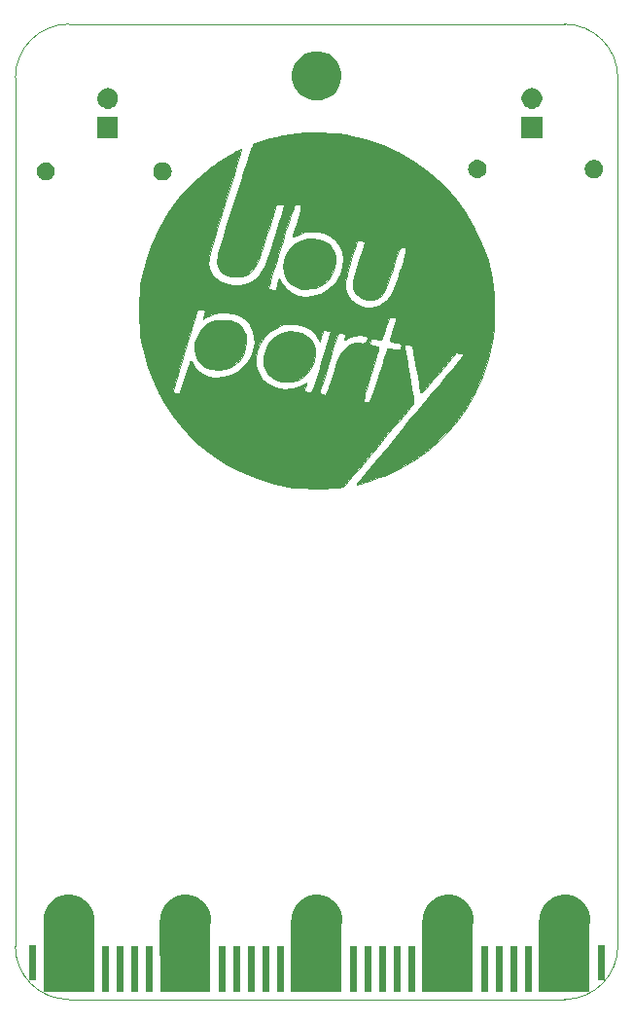
<source format=gts>
%TF.GenerationSoftware,KiCad,Pcbnew,(5.1.2)-2*%
%TF.CreationDate,2019-08-12T12:17:33+02:00*%
%TF.ProjectId,badge,62616467-652e-46b6-9963-61645f706362,1*%
%TF.SameCoordinates,Original*%
%TF.FileFunction,Soldermask,Top*%
%TF.FilePolarity,Negative*%
%FSLAX46Y46*%
G04 Gerber Fmt 4.6, Leading zero omitted, Abs format (unit mm)*
G04 Created by KiCad (PCBNEW (5.1.2)-2) date 2019-08-12 12:17:33*
%MOMM*%
%LPD*%
G04 APERTURE LIST*
%ADD10C,0.038100*%
%ADD11C,0.152400*%
%ADD12C,0.010000*%
G04 APERTURE END LIST*
D10*
X45760000Y-54640000D02*
G75*
G02X50400000Y-50000000I4640000J0D01*
G01*
X93570000Y-50000000D02*
G75*
G02X98210000Y-54640000I0J-4640000D01*
G01*
X98220000Y-130190000D02*
G75*
G02X93580000Y-134830000I-4640000J0D01*
G01*
X50390000Y-134830000D02*
G75*
G02X45750000Y-130190000I0J4640000D01*
G01*
X45760000Y-54640000D02*
X45750000Y-130190000D01*
X93570000Y-50000000D02*
X50400000Y-50000000D01*
X98220000Y-130190000D02*
X98210000Y-54640000D01*
X50390000Y-134830000D02*
X93580000Y-134830000D01*
D11*
G36*
X91325100Y-134145860D02*
G01*
X91322560Y-127905080D01*
X95696440Y-127900000D01*
X95696440Y-134145860D01*
X91325100Y-134145860D01*
G37*
G36*
X81159860Y-134145860D02*
G01*
X81157320Y-127905080D01*
X85531200Y-127900000D01*
X85531200Y-134145860D01*
X81159860Y-134145860D01*
G37*
G36*
X69745420Y-134145860D02*
G01*
X69742880Y-127905080D01*
X74116760Y-127900000D01*
X74116760Y-134145860D01*
X69745420Y-134145860D01*
G37*
G36*
X58345900Y-134150940D02*
G01*
X58343360Y-127910160D01*
X62717240Y-127905080D01*
X62717240Y-134150940D01*
X58345900Y-134150940D01*
G37*
G36*
X48224000Y-134163640D02*
G01*
X48221460Y-127922860D01*
X52595340Y-127917780D01*
X52595340Y-134163640D01*
X48224000Y-134163640D01*
G37*
D12*
G36*
X72176273Y-68705654D02*
G01*
X72679856Y-68877660D01*
X73084394Y-69175397D01*
X73405314Y-69607415D01*
X73457032Y-69703288D01*
X73549420Y-69920088D01*
X73594623Y-70148900D01*
X73600918Y-70450193D01*
X73590305Y-70676954D01*
X73476757Y-71344556D01*
X73222830Y-71918799D01*
X72830744Y-72396199D01*
X72302721Y-72773268D01*
X72230585Y-72811478D01*
X71919471Y-72921363D01*
X71516959Y-72997405D01*
X71089467Y-73033279D01*
X70703413Y-73022663D01*
X70475452Y-72978590D01*
X69928875Y-72725885D01*
X69513701Y-72373635D01*
X69236667Y-71930563D01*
X69104511Y-71405387D01*
X69093679Y-71190000D01*
X69172968Y-70534985D01*
X69404229Y-69929784D01*
X69736510Y-69448855D01*
X70181648Y-69042481D01*
X70681710Y-68784564D01*
X71262906Y-68663622D01*
X71558219Y-68650827D01*
X72176273Y-68705654D01*
X72176273Y-68705654D01*
G37*
X72176273Y-68705654D02*
X72679856Y-68877660D01*
X73084394Y-69175397D01*
X73405314Y-69607415D01*
X73457032Y-69703288D01*
X73549420Y-69920088D01*
X73594623Y-70148900D01*
X73600918Y-70450193D01*
X73590305Y-70676954D01*
X73476757Y-71344556D01*
X73222830Y-71918799D01*
X72830744Y-72396199D01*
X72302721Y-72773268D01*
X72230585Y-72811478D01*
X71919471Y-72921363D01*
X71516959Y-72997405D01*
X71089467Y-73033279D01*
X70703413Y-73022663D01*
X70475452Y-72978590D01*
X69928875Y-72725885D01*
X69513701Y-72373635D01*
X69236667Y-71930563D01*
X69104511Y-71405387D01*
X69093679Y-71190000D01*
X69172968Y-70534985D01*
X69404229Y-69929784D01*
X69736510Y-69448855D01*
X70181648Y-69042481D01*
X70681710Y-68784564D01*
X71262906Y-68663622D01*
X71558219Y-68650827D01*
X72176273Y-68705654D01*
G36*
X70175200Y-76740907D02*
G01*
X70630430Y-76828023D01*
X70865016Y-76922644D01*
X71331762Y-77255697D01*
X71660692Y-77677171D01*
X71847532Y-78171368D01*
X71888009Y-78722593D01*
X71777847Y-79315148D01*
X71624649Y-79712426D01*
X71286978Y-80252227D01*
X70840385Y-80675926D01*
X70309256Y-80971175D01*
X69717978Y-81125624D01*
X69090937Y-81126926D01*
X68894968Y-81094684D01*
X68396504Y-80938642D01*
X67997418Y-80681800D01*
X67788197Y-80472587D01*
X67519949Y-80080604D01*
X67381872Y-79645461D01*
X67362225Y-79126057D01*
X67371092Y-79012515D01*
X67510775Y-78360932D01*
X67797000Y-77791698D01*
X68223784Y-77313612D01*
X68782667Y-76936759D01*
X69187686Y-76795706D01*
X69673074Y-76730278D01*
X70175200Y-76740907D01*
X70175200Y-76740907D01*
G37*
X70175200Y-76740907D02*
X70630430Y-76828023D01*
X70865016Y-76922644D01*
X71331762Y-77255697D01*
X71660692Y-77677171D01*
X71847532Y-78171368D01*
X71888009Y-78722593D01*
X71777847Y-79315148D01*
X71624649Y-79712426D01*
X71286978Y-80252227D01*
X70840385Y-80675926D01*
X70309256Y-80971175D01*
X69717978Y-81125624D01*
X69090937Y-81126926D01*
X68894968Y-81094684D01*
X68396504Y-80938642D01*
X67997418Y-80681800D01*
X67788197Y-80472587D01*
X67519949Y-80080604D01*
X67381872Y-79645461D01*
X67362225Y-79126057D01*
X67371092Y-79012515D01*
X67510775Y-78360932D01*
X67797000Y-77791698D01*
X68223784Y-77313612D01*
X68782667Y-76936759D01*
X69187686Y-76795706D01*
X69673074Y-76730278D01*
X70175200Y-76740907D01*
G36*
X64213454Y-75725576D02*
G01*
X64482073Y-75749479D01*
X64689516Y-75802878D01*
X64889774Y-75896668D01*
X64991583Y-75954750D01*
X65409431Y-76295386D01*
X65626583Y-76589750D01*
X65753708Y-76831526D01*
X65824354Y-77055897D01*
X65853331Y-77329536D01*
X65856499Y-77624667D01*
X65786619Y-78250434D01*
X65579029Y-78792515D01*
X65220254Y-79282287D01*
X65085815Y-79419201D01*
X64592742Y-79782233D01*
X64028029Y-80008892D01*
X63426483Y-80093292D01*
X62822914Y-80029547D01*
X62380425Y-79876617D01*
X61939829Y-79586791D01*
X61618056Y-79198671D01*
X61417586Y-78736996D01*
X61340896Y-78226509D01*
X61390466Y-77691951D01*
X61568774Y-77158061D01*
X61878301Y-76649582D01*
X62038125Y-76460238D01*
X62383868Y-76125497D01*
X62719077Y-75905311D01*
X63093832Y-75778993D01*
X63558212Y-75725859D01*
X63829667Y-75720274D01*
X64213454Y-75725576D01*
X64213454Y-75725576D01*
G37*
X64213454Y-75725576D02*
X64482073Y-75749479D01*
X64689516Y-75802878D01*
X64889774Y-75896668D01*
X64991583Y-75954750D01*
X65409431Y-76295386D01*
X65626583Y-76589750D01*
X65753708Y-76831526D01*
X65824354Y-77055897D01*
X65853331Y-77329536D01*
X65856499Y-77624667D01*
X65786619Y-78250434D01*
X65579029Y-78792515D01*
X65220254Y-79282287D01*
X65085815Y-79419201D01*
X64592742Y-79782233D01*
X64028029Y-80008892D01*
X63426483Y-80093292D01*
X62822914Y-80029547D01*
X62380425Y-79876617D01*
X61939829Y-79586791D01*
X61618056Y-79198671D01*
X61417586Y-78736996D01*
X61340896Y-78226509D01*
X61390466Y-77691951D01*
X61568774Y-77158061D01*
X61878301Y-76649582D01*
X62038125Y-76460238D01*
X62383868Y-76125497D01*
X62719077Y-75905311D01*
X63093832Y-75778993D01*
X63558212Y-75725859D01*
X63829667Y-75720274D01*
X64213454Y-75725576D01*
G36*
X72402220Y-59444154D02*
G01*
X73184703Y-59476898D01*
X73920310Y-59532669D01*
X74555848Y-59609838D01*
X74709333Y-59635184D01*
X76267483Y-59995593D01*
X77760052Y-60507072D01*
X79178804Y-61161366D01*
X80515501Y-61950216D01*
X81761907Y-62865367D01*
X82909784Y-63898561D01*
X83950895Y-65041541D01*
X84877004Y-66286050D01*
X85679874Y-67623830D01*
X86351267Y-69046625D01*
X86882947Y-70546179D01*
X87266676Y-72114233D01*
X87291827Y-72248333D01*
X87364959Y-72782533D01*
X87416796Y-73441907D01*
X87447340Y-74183806D01*
X87456595Y-74965583D01*
X87444562Y-75744591D01*
X87411245Y-76478179D01*
X87356646Y-77123702D01*
X87291495Y-77582333D01*
X86919492Y-79157659D01*
X86397485Y-80668933D01*
X85733070Y-82106737D01*
X84933845Y-83461652D01*
X84007406Y-84724260D01*
X82961348Y-85885144D01*
X81803268Y-86934884D01*
X80540763Y-87864064D01*
X79181428Y-88663264D01*
X77864126Y-89270675D01*
X77469034Y-89423670D01*
X77041307Y-89578017D01*
X76611767Y-89723957D01*
X76211234Y-89851729D01*
X75870529Y-89951571D01*
X75620471Y-90013724D01*
X75491880Y-90028427D01*
X75483292Y-90024668D01*
X75531516Y-89956775D01*
X75680356Y-89768393D01*
X75921965Y-89469070D01*
X76248494Y-89068351D01*
X76652096Y-88575785D01*
X77124923Y-88000917D01*
X77659126Y-87353296D01*
X78246859Y-86642467D01*
X78880272Y-85877977D01*
X79551519Y-85069374D01*
X80012959Y-84514361D01*
X80844074Y-83515259D01*
X81573426Y-82638287D01*
X82207573Y-81875416D01*
X82753073Y-81218620D01*
X83216485Y-80659872D01*
X83604366Y-80191147D01*
X83923276Y-79804416D01*
X84179771Y-79491654D01*
X84380410Y-79244834D01*
X84531751Y-79055930D01*
X84640353Y-78916914D01*
X84712773Y-78819760D01*
X84755570Y-78756441D01*
X84775301Y-78718932D01*
X84778525Y-78699204D01*
X84772136Y-78689508D01*
X84677195Y-78661789D01*
X84479393Y-78624362D01*
X84422492Y-78615260D01*
X84102651Y-78565886D01*
X82583615Y-80385300D01*
X82133231Y-80922666D01*
X81778268Y-81340390D01*
X81507378Y-81650261D01*
X81309215Y-81864069D01*
X81172430Y-81993605D01*
X81085678Y-82050659D01*
X81037611Y-82047020D01*
X81019802Y-82010190D01*
X80992779Y-81870705D01*
X80942848Y-81592076D01*
X80874860Y-81202200D01*
X80793666Y-80728976D01*
X80704119Y-80200301D01*
X80676789Y-80037667D01*
X80586005Y-79499024D01*
X80502527Y-79008583D01*
X80431126Y-78593979D01*
X80376570Y-78282847D01*
X80343630Y-78102823D01*
X80338676Y-78078515D01*
X80259527Y-77943241D01*
X80070617Y-77871516D01*
X79980566Y-77857698D01*
X79769553Y-77836791D01*
X79646954Y-77834877D01*
X79637689Y-77837715D01*
X79645264Y-77922800D01*
X79678551Y-78154167D01*
X79734254Y-78511267D01*
X79809078Y-78973551D01*
X79899730Y-79520471D01*
X80002914Y-80131477D01*
X80044176Y-80372985D01*
X80168678Y-81106732D01*
X80264530Y-81691324D01*
X80333831Y-82144121D01*
X80378681Y-82482487D01*
X80401178Y-82723783D01*
X80403420Y-82885372D01*
X80387506Y-82984616D01*
X80365154Y-83028283D01*
X80291348Y-83118343D01*
X80119537Y-83326052D01*
X79860077Y-83638942D01*
X79523329Y-84044544D01*
X79119649Y-84530389D01*
X78659398Y-85084009D01*
X78152932Y-85692933D01*
X77610612Y-86344694D01*
X77321698Y-86691805D01*
X76665962Y-87476229D01*
X76072679Y-88179235D01*
X75548261Y-88793486D01*
X75099116Y-89311648D01*
X74731657Y-89726388D01*
X74452293Y-90030370D01*
X74267434Y-90216259D01*
X74189032Y-90276052D01*
X73983533Y-90310577D01*
X73640828Y-90337567D01*
X73192879Y-90356955D01*
X72671646Y-90368673D01*
X72109093Y-90372653D01*
X71537180Y-90368829D01*
X70987871Y-90357131D01*
X70493127Y-90337493D01*
X70084909Y-90309847D01*
X69864267Y-90285197D01*
X68276759Y-89975231D01*
X66753871Y-89513419D01*
X65303628Y-88907508D01*
X63934054Y-88165247D01*
X62653176Y-87294384D01*
X61469018Y-86302669D01*
X60389605Y-85197850D01*
X59422962Y-83987675D01*
X58577115Y-82679894D01*
X58547806Y-82622764D01*
X76098027Y-82622764D01*
X76107045Y-82758711D01*
X76155504Y-82832473D01*
X76241515Y-82860611D01*
X76363191Y-82859683D01*
X76434283Y-82853724D01*
X76506485Y-82843742D01*
X76569115Y-82816352D01*
X76629517Y-82753777D01*
X76695038Y-82638241D01*
X76773024Y-82451969D01*
X76870819Y-82177186D01*
X76995770Y-81796115D01*
X77155222Y-81290981D01*
X77356521Y-80644008D01*
X77383985Y-80555521D01*
X77568517Y-79964503D01*
X77738373Y-79427270D01*
X77886744Y-78964820D01*
X78006822Y-78598148D01*
X78091798Y-78348252D01*
X78134863Y-78236128D01*
X78137257Y-78232520D01*
X78239081Y-78220673D01*
X78456881Y-78236917D01*
X78698360Y-78270713D01*
X78981811Y-78314025D01*
X79143463Y-78318747D01*
X79228336Y-78275354D01*
X79281450Y-78174319D01*
X79292759Y-78144946D01*
X79343424Y-77938096D01*
X79289694Y-77804389D01*
X79109191Y-77721301D01*
X78822390Y-77671503D01*
X78551587Y-77621185D01*
X78385098Y-77556480D01*
X78351399Y-77512741D01*
X78376272Y-77395677D01*
X78442655Y-77154424D01*
X78539986Y-76825924D01*
X78640159Y-76502545D01*
X78927519Y-75592091D01*
X78730123Y-75542548D01*
X78539200Y-75507283D01*
X78394911Y-75527428D01*
X78278183Y-75625792D01*
X78169948Y-75825184D01*
X78051135Y-76148413D01*
X77944873Y-76481761D01*
X77828642Y-76851597D01*
X77730144Y-77156697D01*
X77660270Y-77363880D01*
X77630536Y-77439582D01*
X77540529Y-77440695D01*
X77336597Y-77414932D01*
X77167292Y-77386537D01*
X76910372Y-77345096D01*
X76769532Y-77350036D01*
X76694825Y-77414433D01*
X76647140Y-77522722D01*
X76594673Y-77748068D01*
X76661777Y-77886759D01*
X76868571Y-77965612D01*
X76995014Y-77986419D01*
X77223608Y-78025101D01*
X77370398Y-78064870D01*
X77390493Y-78076271D01*
X77377144Y-78164814D01*
X77318476Y-78394057D01*
X77220461Y-78743320D01*
X77089070Y-79191924D01*
X76930272Y-79719189D01*
X76750040Y-80304435D01*
X76710679Y-80430681D01*
X76494154Y-81125943D01*
X76326515Y-81676222D01*
X76205873Y-82098079D01*
X76130340Y-82408073D01*
X76098027Y-82622764D01*
X58547806Y-82622764D01*
X58229412Y-82002145D01*
X59483805Y-82002145D01*
X59495119Y-82045062D01*
X59648987Y-82091907D01*
X59850333Y-82109482D01*
X60104333Y-82109556D01*
X60117832Y-82064959D01*
X72222726Y-82064959D01*
X72295083Y-82140188D01*
X72523386Y-82217558D01*
X72774204Y-82271316D01*
X72817657Y-82198868D01*
X72899413Y-81993106D01*
X73008971Y-81682863D01*
X73135826Y-81296971D01*
X73179207Y-81159500D01*
X73425010Y-80390535D01*
X73637908Y-79766799D01*
X73825842Y-79269186D01*
X73996753Y-78878593D01*
X74158583Y-78575914D01*
X74319271Y-78342045D01*
X74381145Y-78267857D01*
X74709555Y-77951993D01*
X75037210Y-77776273D01*
X75415382Y-77719698D01*
X75684807Y-77733891D01*
X75959320Y-77754082D01*
X76125342Y-77732255D01*
X76241664Y-77652666D01*
X76316767Y-77564670D01*
X76452168Y-77369504D01*
X76460492Y-77251737D01*
X76331968Y-77166651D01*
X76220699Y-77124949D01*
X75724447Y-77038271D01*
X75209609Y-77104385D01*
X74715320Y-77316892D01*
X74603500Y-77389382D01*
X74440359Y-77481534D01*
X74378032Y-77450644D01*
X74409459Y-77286761D01*
X74450012Y-77172995D01*
X74486742Y-77012949D01*
X74410909Y-76935920D01*
X74344179Y-76914639D01*
X74207898Y-76877805D01*
X74095837Y-76858657D01*
X73999875Y-76872666D01*
X73911892Y-76935303D01*
X73823769Y-77062038D01*
X73727385Y-77268342D01*
X73614620Y-77569685D01*
X73477354Y-77981538D01*
X73307466Y-78519372D01*
X73096838Y-79198658D01*
X73027059Y-79424048D01*
X72832472Y-80053590D01*
X72654494Y-80631992D01*
X72499228Y-81139213D01*
X72372778Y-81555213D01*
X72281248Y-81859950D01*
X72230742Y-82033385D01*
X72222726Y-82064959D01*
X60117832Y-82064959D01*
X60520417Y-80734945D01*
X60661230Y-80276804D01*
X60788720Y-79875182D01*
X60893616Y-79558262D01*
X60966645Y-79354229D01*
X60995027Y-79292123D01*
X61061803Y-79312790D01*
X61148092Y-79453273D01*
X61159378Y-79479394D01*
X61362883Y-79803949D01*
X61682178Y-80126657D01*
X62068160Y-80407142D01*
X62471728Y-80605027D01*
X62565555Y-80635688D01*
X63235247Y-80747558D01*
X63896893Y-80705312D01*
X64529714Y-80523689D01*
X65112933Y-80217426D01*
X65625770Y-79801261D01*
X66047447Y-79289934D01*
X66184928Y-79027277D01*
X66684123Y-79027277D01*
X66699247Y-79657138D01*
X66840735Y-80198715D01*
X67120645Y-80688652D01*
X67304475Y-80912649D01*
X67718607Y-81295748D01*
X68171255Y-81549447D01*
X68699242Y-81688885D01*
X69290667Y-81729290D01*
X69669805Y-81723122D01*
X69946703Y-81692818D01*
X70188178Y-81623904D01*
X70461047Y-81501906D01*
X70553023Y-81455833D01*
X70821621Y-81321276D01*
X71023470Y-81223234D01*
X71118629Y-81181065D01*
X71120767Y-81180667D01*
X71110817Y-81251651D01*
X71056536Y-81430795D01*
X71022577Y-81529978D01*
X70947716Y-81747432D01*
X70903986Y-81884660D01*
X70899333Y-81904770D01*
X70972505Y-81950486D01*
X71146100Y-81986468D01*
X71351233Y-81999922D01*
X71401818Y-81998114D01*
X71462316Y-81986302D01*
X71519436Y-81947856D01*
X71579806Y-81865973D01*
X71650053Y-81723848D01*
X71736806Y-81504678D01*
X71846692Y-81191660D01*
X71986339Y-80767988D01*
X72162375Y-80216860D01*
X72381429Y-79521472D01*
X72392148Y-79487333D01*
X72626894Y-78737150D01*
X72813708Y-78132778D01*
X72956549Y-77658843D01*
X73059374Y-77299967D01*
X73126140Y-77040775D01*
X73160804Y-76865892D01*
X73167324Y-76759941D01*
X73149657Y-76707547D01*
X73111760Y-76693335D01*
X73111250Y-76693333D01*
X72981182Y-76677962D01*
X72785959Y-76643092D01*
X72649044Y-76623931D01*
X72560438Y-76656813D01*
X72492431Y-76775103D01*
X72417312Y-77012165D01*
X72385299Y-77125495D01*
X72235847Y-77658140D01*
X72125761Y-77396322D01*
X71833508Y-76911656D01*
X71415176Y-76526769D01*
X70888438Y-76251948D01*
X70270966Y-76097478D01*
X69841000Y-76066565D01*
X69460889Y-76072784D01*
X69172846Y-76110049D01*
X68900258Y-76194523D01*
X68592949Y-76329864D01*
X67944218Y-76719979D01*
X67417716Y-77214055D01*
X67024095Y-77797039D01*
X66774007Y-78453880D01*
X66684123Y-79027277D01*
X66184928Y-79027277D01*
X66357186Y-78698182D01*
X66534207Y-78040743D01*
X66560676Y-77801968D01*
X66555198Y-77213974D01*
X66437079Y-76705001D01*
X66191218Y-76215650D01*
X66135682Y-76130215D01*
X65755453Y-75706252D01*
X65262917Y-75374748D01*
X64696163Y-75150346D01*
X64093277Y-75047690D01*
X63492349Y-75081422D01*
X63436177Y-75092371D01*
X63089737Y-75191553D01*
X62714350Y-75338647D01*
X62538500Y-75423861D01*
X62303670Y-75545588D01*
X62142572Y-75622253D01*
X62094000Y-75637501D01*
X62119496Y-75551003D01*
X62183786Y-75360412D01*
X62218518Y-75261035D01*
X62288453Y-75031825D01*
X62272158Y-74906014D01*
X62141421Y-74845034D01*
X61890459Y-74812504D01*
X61644585Y-74788333D01*
X60519245Y-78384525D01*
X60229732Y-79315106D01*
X59991388Y-80093564D01*
X59801831Y-80728417D01*
X59658678Y-81228183D01*
X59559544Y-81601380D01*
X59502048Y-81856528D01*
X59483805Y-82002145D01*
X58229412Y-82002145D01*
X57860088Y-81282254D01*
X57279907Y-79802505D01*
X56844596Y-78248394D01*
X56708173Y-77582333D01*
X56635226Y-77049365D01*
X56583464Y-76391010D01*
X56552889Y-75649883D01*
X56543506Y-74868601D01*
X56555318Y-74089778D01*
X56588330Y-73356032D01*
X56617913Y-73003493D01*
X67774433Y-73003493D01*
X67872570Y-73039825D01*
X68070873Y-73086138D01*
X68119827Y-73095620D01*
X68430654Y-73153675D01*
X68575245Y-72638354D01*
X68719837Y-72123034D01*
X68984085Y-72563386D01*
X69356908Y-73028132D01*
X69834037Y-73378569D01*
X70388873Y-73607801D01*
X70994814Y-73708932D01*
X71625262Y-73675067D01*
X72253616Y-73499308D01*
X72381720Y-73444227D01*
X72847239Y-73169011D01*
X73308507Y-72789306D01*
X73690704Y-72375333D01*
X74485881Y-72375333D01*
X74499756Y-72970405D01*
X74666456Y-73504027D01*
X74976054Y-73961489D01*
X75418619Y-74328077D01*
X75978785Y-74587303D01*
X76284052Y-74635276D01*
X76676094Y-74627578D01*
X77084473Y-74571449D01*
X77438751Y-74474129D01*
X77548157Y-74426001D01*
X77810513Y-74274203D01*
X78037846Y-74098090D01*
X78240553Y-73878758D01*
X78429028Y-73597301D01*
X78613669Y-73234813D01*
X78804870Y-72772388D01*
X79013028Y-72191121D01*
X79248539Y-71472107D01*
X79350863Y-71147667D01*
X79530311Y-70568911D01*
X79658226Y-70132270D01*
X79735058Y-69818702D01*
X79761257Y-69609165D01*
X79737275Y-69484617D01*
X79663561Y-69426016D01*
X79540565Y-69414320D01*
X79391537Y-69427751D01*
X79185080Y-69519033D01*
X79103266Y-69666000D01*
X78826031Y-70573002D01*
X78587436Y-71331660D01*
X78380895Y-71956808D01*
X78199822Y-72463285D01*
X78037631Y-72865927D01*
X77887736Y-73179571D01*
X77743551Y-73419053D01*
X77598491Y-73599210D01*
X77445968Y-73734880D01*
X77279397Y-73840898D01*
X77240969Y-73861325D01*
X76857569Y-73975902D01*
X76427356Y-73972922D01*
X75998343Y-73865975D01*
X75618542Y-73668649D01*
X75335965Y-73394534D01*
X75281234Y-73306667D01*
X75190790Y-73075636D01*
X75153006Y-72797365D01*
X75170732Y-72451720D01*
X75246820Y-72018563D01*
X75384118Y-71477759D01*
X75585478Y-70809172D01*
X75673469Y-70535560D01*
X75825978Y-70061055D01*
X75958183Y-69637633D01*
X76061629Y-69293367D01*
X76127861Y-69056332D01*
X76148667Y-68957670D01*
X76076006Y-68872663D01*
X75906046Y-68804988D01*
X75710819Y-68772516D01*
X75562359Y-68793121D01*
X75542402Y-68807248D01*
X75487653Y-68917505D01*
X75398082Y-69161408D01*
X75282558Y-69509002D01*
X75149950Y-69930333D01*
X75009128Y-70395445D01*
X74868962Y-70874386D01*
X74738320Y-71337200D01*
X74626073Y-71753934D01*
X74541091Y-72094632D01*
X74492241Y-72329342D01*
X74485881Y-72375333D01*
X73690704Y-72375333D01*
X73705625Y-72359172D01*
X73907321Y-72067401D01*
X74042089Y-71780210D01*
X74169785Y-71413681D01*
X74248156Y-71111063D01*
X74315907Y-70430104D01*
X74224338Y-69804881D01*
X73974119Y-69237699D01*
X73565920Y-68730865D01*
X73552341Y-68717678D01*
X73090861Y-68357521D01*
X72578943Y-68132603D01*
X71982014Y-68029879D01*
X71703667Y-68020050D01*
X71319986Y-68028875D01*
X71027341Y-68069235D01*
X70748095Y-68157738D01*
X70454833Y-68287197D01*
X70182298Y-68408461D01*
X69980755Y-68484544D01*
X69887137Y-68501832D01*
X69884598Y-68497385D01*
X69908895Y-68400502D01*
X69975290Y-68170282D01*
X70075369Y-67835012D01*
X70200722Y-67422981D01*
X70297222Y-67109782D01*
X70454063Y-66599173D01*
X70559954Y-66228101D01*
X70613939Y-65974316D01*
X70615067Y-65815572D01*
X70562383Y-65729620D01*
X70454934Y-65694211D01*
X70291766Y-65687099D01*
X70236242Y-65687148D01*
X70181820Y-65690421D01*
X70131707Y-65709265D01*
X70080703Y-65757588D01*
X70023608Y-65849302D01*
X69955223Y-65998316D01*
X69870348Y-66218540D01*
X69763785Y-66523883D01*
X69630333Y-66928255D01*
X69464793Y-67445567D01*
X69261965Y-68089728D01*
X69016651Y-68874647D01*
X68875100Y-69328526D01*
X68641930Y-70079457D01*
X68426397Y-70779627D01*
X68233383Y-71412728D01*
X68067773Y-71962456D01*
X67934450Y-72412503D01*
X67838298Y-72746564D01*
X67784202Y-72948333D01*
X67774433Y-73003493D01*
X56617913Y-73003493D01*
X56642544Y-72709978D01*
X56707703Y-72248333D01*
X57077820Y-70676171D01*
X57600101Y-69161666D01*
X58267415Y-67716403D01*
X59072629Y-66351971D01*
X60008612Y-65079955D01*
X61068229Y-63911942D01*
X62244350Y-62859520D01*
X62707055Y-62502154D01*
X63055144Y-62254503D01*
X63451014Y-61989737D01*
X63869432Y-61722788D01*
X64285166Y-61468588D01*
X64672985Y-61242069D01*
X65007656Y-61058161D01*
X65263947Y-60931797D01*
X65416627Y-60877908D01*
X65445300Y-60881744D01*
X65428623Y-60968258D01*
X65364951Y-61201337D01*
X65258762Y-61566225D01*
X65114534Y-62048168D01*
X64936744Y-62632409D01*
X64729871Y-63304193D01*
X64498391Y-64048764D01*
X64246783Y-64851366D01*
X64086627Y-65359048D01*
X63819470Y-66207779D01*
X63565496Y-67022012D01*
X63329819Y-67784851D01*
X63117552Y-68479397D01*
X62933812Y-69088752D01*
X62783710Y-69596017D01*
X62672363Y-69984295D01*
X62604884Y-70236687D01*
X62589126Y-70307003D01*
X62557440Y-70885179D01*
X62686270Y-71410105D01*
X62974870Y-71879390D01*
X63131292Y-72047516D01*
X63542472Y-72341667D01*
X64059046Y-72553888D01*
X64634799Y-72677667D01*
X65223512Y-72706491D01*
X65778970Y-72633848D01*
X66204139Y-72480521D01*
X66600448Y-72206607D01*
X66984828Y-71814657D01*
X67313692Y-71352981D01*
X67448120Y-71101756D01*
X67522625Y-70918724D01*
X67633442Y-70613096D01*
X67773285Y-70207794D01*
X67934871Y-69725742D01*
X68110915Y-69189865D01*
X68294132Y-68623085D01*
X68477239Y-68048326D01*
X68652950Y-67488512D01*
X68813983Y-66966567D01*
X68953051Y-66505413D01*
X69062872Y-66127975D01*
X69136160Y-65857177D01*
X69165632Y-65715941D01*
X69164195Y-65701306D01*
X69063225Y-65674689D01*
X68861168Y-65656258D01*
X68811164Y-65654244D01*
X68495285Y-65644333D01*
X67845560Y-67731077D01*
X67655078Y-68336643D01*
X67466553Y-68924686D01*
X67290105Y-69464479D01*
X67135854Y-69925295D01*
X67013920Y-70276408D01*
X66953233Y-70440410D01*
X66647474Y-71054720D01*
X66269068Y-71518698D01*
X65821069Y-71830444D01*
X65306532Y-71988058D01*
X64728510Y-71989640D01*
X64519221Y-71954537D01*
X64013271Y-71782124D01*
X63640572Y-71506593D01*
X63405655Y-71134849D01*
X63313052Y-70673798D01*
X63356292Y-70182391D01*
X63403184Y-69994762D01*
X63494026Y-69673322D01*
X63623318Y-69235398D01*
X63785563Y-68698315D01*
X63975261Y-68079399D01*
X64186914Y-67395976D01*
X64415023Y-66665373D01*
X64654090Y-65904915D01*
X64898616Y-65131929D01*
X65143103Y-64363740D01*
X65382052Y-63617675D01*
X65609964Y-62911059D01*
X65821342Y-62261219D01*
X66010685Y-61685481D01*
X66172497Y-61201170D01*
X66301277Y-60825612D01*
X66391528Y-60576135D01*
X66437751Y-60470062D01*
X66439062Y-60468582D01*
X66622900Y-60357620D01*
X66946407Y-60229979D01*
X67381584Y-60092672D01*
X67900433Y-59952709D01*
X68474954Y-59817102D01*
X69077148Y-59692863D01*
X69679017Y-59587002D01*
X70252562Y-59506532D01*
X70305441Y-59500362D01*
X70909396Y-59454257D01*
X71626053Y-59436064D01*
X72402220Y-59444154D01*
X72402220Y-59444154D01*
G37*
X72402220Y-59444154D02*
X73184703Y-59476898D01*
X73920310Y-59532669D01*
X74555848Y-59609838D01*
X74709333Y-59635184D01*
X76267483Y-59995593D01*
X77760052Y-60507072D01*
X79178804Y-61161366D01*
X80515501Y-61950216D01*
X81761907Y-62865367D01*
X82909784Y-63898561D01*
X83950895Y-65041541D01*
X84877004Y-66286050D01*
X85679874Y-67623830D01*
X86351267Y-69046625D01*
X86882947Y-70546179D01*
X87266676Y-72114233D01*
X87291827Y-72248333D01*
X87364959Y-72782533D01*
X87416796Y-73441907D01*
X87447340Y-74183806D01*
X87456595Y-74965583D01*
X87444562Y-75744591D01*
X87411245Y-76478179D01*
X87356646Y-77123702D01*
X87291495Y-77582333D01*
X86919492Y-79157659D01*
X86397485Y-80668933D01*
X85733070Y-82106737D01*
X84933845Y-83461652D01*
X84007406Y-84724260D01*
X82961348Y-85885144D01*
X81803268Y-86934884D01*
X80540763Y-87864064D01*
X79181428Y-88663264D01*
X77864126Y-89270675D01*
X77469034Y-89423670D01*
X77041307Y-89578017D01*
X76611767Y-89723957D01*
X76211234Y-89851729D01*
X75870529Y-89951571D01*
X75620471Y-90013724D01*
X75491880Y-90028427D01*
X75483292Y-90024668D01*
X75531516Y-89956775D01*
X75680356Y-89768393D01*
X75921965Y-89469070D01*
X76248494Y-89068351D01*
X76652096Y-88575785D01*
X77124923Y-88000917D01*
X77659126Y-87353296D01*
X78246859Y-86642467D01*
X78880272Y-85877977D01*
X79551519Y-85069374D01*
X80012959Y-84514361D01*
X80844074Y-83515259D01*
X81573426Y-82638287D01*
X82207573Y-81875416D01*
X82753073Y-81218620D01*
X83216485Y-80659872D01*
X83604366Y-80191147D01*
X83923276Y-79804416D01*
X84179771Y-79491654D01*
X84380410Y-79244834D01*
X84531751Y-79055930D01*
X84640353Y-78916914D01*
X84712773Y-78819760D01*
X84755570Y-78756441D01*
X84775301Y-78718932D01*
X84778525Y-78699204D01*
X84772136Y-78689508D01*
X84677195Y-78661789D01*
X84479393Y-78624362D01*
X84422492Y-78615260D01*
X84102651Y-78565886D01*
X82583615Y-80385300D01*
X82133231Y-80922666D01*
X81778268Y-81340390D01*
X81507378Y-81650261D01*
X81309215Y-81864069D01*
X81172430Y-81993605D01*
X81085678Y-82050659D01*
X81037611Y-82047020D01*
X81019802Y-82010190D01*
X80992779Y-81870705D01*
X80942848Y-81592076D01*
X80874860Y-81202200D01*
X80793666Y-80728976D01*
X80704119Y-80200301D01*
X80676789Y-80037667D01*
X80586005Y-79499024D01*
X80502527Y-79008583D01*
X80431126Y-78593979D01*
X80376570Y-78282847D01*
X80343630Y-78102823D01*
X80338676Y-78078515D01*
X80259527Y-77943241D01*
X80070617Y-77871516D01*
X79980566Y-77857698D01*
X79769553Y-77836791D01*
X79646954Y-77834877D01*
X79637689Y-77837715D01*
X79645264Y-77922800D01*
X79678551Y-78154167D01*
X79734254Y-78511267D01*
X79809078Y-78973551D01*
X79899730Y-79520471D01*
X80002914Y-80131477D01*
X80044176Y-80372985D01*
X80168678Y-81106732D01*
X80264530Y-81691324D01*
X80333831Y-82144121D01*
X80378681Y-82482487D01*
X80401178Y-82723783D01*
X80403420Y-82885372D01*
X80387506Y-82984616D01*
X80365154Y-83028283D01*
X80291348Y-83118343D01*
X80119537Y-83326052D01*
X79860077Y-83638942D01*
X79523329Y-84044544D01*
X79119649Y-84530389D01*
X78659398Y-85084009D01*
X78152932Y-85692933D01*
X77610612Y-86344694D01*
X77321698Y-86691805D01*
X76665962Y-87476229D01*
X76072679Y-88179235D01*
X75548261Y-88793486D01*
X75099116Y-89311648D01*
X74731657Y-89726388D01*
X74452293Y-90030370D01*
X74267434Y-90216259D01*
X74189032Y-90276052D01*
X73983533Y-90310577D01*
X73640828Y-90337567D01*
X73192879Y-90356955D01*
X72671646Y-90368673D01*
X72109093Y-90372653D01*
X71537180Y-90368829D01*
X70987871Y-90357131D01*
X70493127Y-90337493D01*
X70084909Y-90309847D01*
X69864267Y-90285197D01*
X68276759Y-89975231D01*
X66753871Y-89513419D01*
X65303628Y-88907508D01*
X63934054Y-88165247D01*
X62653176Y-87294384D01*
X61469018Y-86302669D01*
X60389605Y-85197850D01*
X59422962Y-83987675D01*
X58577115Y-82679894D01*
X58547806Y-82622764D01*
X76098027Y-82622764D01*
X76107045Y-82758711D01*
X76155504Y-82832473D01*
X76241515Y-82860611D01*
X76363191Y-82859683D01*
X76434283Y-82853724D01*
X76506485Y-82843742D01*
X76569115Y-82816352D01*
X76629517Y-82753777D01*
X76695038Y-82638241D01*
X76773024Y-82451969D01*
X76870819Y-82177186D01*
X76995770Y-81796115D01*
X77155222Y-81290981D01*
X77356521Y-80644008D01*
X77383985Y-80555521D01*
X77568517Y-79964503D01*
X77738373Y-79427270D01*
X77886744Y-78964820D01*
X78006822Y-78598148D01*
X78091798Y-78348252D01*
X78134863Y-78236128D01*
X78137257Y-78232520D01*
X78239081Y-78220673D01*
X78456881Y-78236917D01*
X78698360Y-78270713D01*
X78981811Y-78314025D01*
X79143463Y-78318747D01*
X79228336Y-78275354D01*
X79281450Y-78174319D01*
X79292759Y-78144946D01*
X79343424Y-77938096D01*
X79289694Y-77804389D01*
X79109191Y-77721301D01*
X78822390Y-77671503D01*
X78551587Y-77621185D01*
X78385098Y-77556480D01*
X78351399Y-77512741D01*
X78376272Y-77395677D01*
X78442655Y-77154424D01*
X78539986Y-76825924D01*
X78640159Y-76502545D01*
X78927519Y-75592091D01*
X78730123Y-75542548D01*
X78539200Y-75507283D01*
X78394911Y-75527428D01*
X78278183Y-75625792D01*
X78169948Y-75825184D01*
X78051135Y-76148413D01*
X77944873Y-76481761D01*
X77828642Y-76851597D01*
X77730144Y-77156697D01*
X77660270Y-77363880D01*
X77630536Y-77439582D01*
X77540529Y-77440695D01*
X77336597Y-77414932D01*
X77167292Y-77386537D01*
X76910372Y-77345096D01*
X76769532Y-77350036D01*
X76694825Y-77414433D01*
X76647140Y-77522722D01*
X76594673Y-77748068D01*
X76661777Y-77886759D01*
X76868571Y-77965612D01*
X76995014Y-77986419D01*
X77223608Y-78025101D01*
X77370398Y-78064870D01*
X77390493Y-78076271D01*
X77377144Y-78164814D01*
X77318476Y-78394057D01*
X77220461Y-78743320D01*
X77089070Y-79191924D01*
X76930272Y-79719189D01*
X76750040Y-80304435D01*
X76710679Y-80430681D01*
X76494154Y-81125943D01*
X76326515Y-81676222D01*
X76205873Y-82098079D01*
X76130340Y-82408073D01*
X76098027Y-82622764D01*
X58547806Y-82622764D01*
X58229412Y-82002145D01*
X59483805Y-82002145D01*
X59495119Y-82045062D01*
X59648987Y-82091907D01*
X59850333Y-82109482D01*
X60104333Y-82109556D01*
X60117832Y-82064959D01*
X72222726Y-82064959D01*
X72295083Y-82140188D01*
X72523386Y-82217558D01*
X72774204Y-82271316D01*
X72817657Y-82198868D01*
X72899413Y-81993106D01*
X73008971Y-81682863D01*
X73135826Y-81296971D01*
X73179207Y-81159500D01*
X73425010Y-80390535D01*
X73637908Y-79766799D01*
X73825842Y-79269186D01*
X73996753Y-78878593D01*
X74158583Y-78575914D01*
X74319271Y-78342045D01*
X74381145Y-78267857D01*
X74709555Y-77951993D01*
X75037210Y-77776273D01*
X75415382Y-77719698D01*
X75684807Y-77733891D01*
X75959320Y-77754082D01*
X76125342Y-77732255D01*
X76241664Y-77652666D01*
X76316767Y-77564670D01*
X76452168Y-77369504D01*
X76460492Y-77251737D01*
X76331968Y-77166651D01*
X76220699Y-77124949D01*
X75724447Y-77038271D01*
X75209609Y-77104385D01*
X74715320Y-77316892D01*
X74603500Y-77389382D01*
X74440359Y-77481534D01*
X74378032Y-77450644D01*
X74409459Y-77286761D01*
X74450012Y-77172995D01*
X74486742Y-77012949D01*
X74410909Y-76935920D01*
X74344179Y-76914639D01*
X74207898Y-76877805D01*
X74095837Y-76858657D01*
X73999875Y-76872666D01*
X73911892Y-76935303D01*
X73823769Y-77062038D01*
X73727385Y-77268342D01*
X73614620Y-77569685D01*
X73477354Y-77981538D01*
X73307466Y-78519372D01*
X73096838Y-79198658D01*
X73027059Y-79424048D01*
X72832472Y-80053590D01*
X72654494Y-80631992D01*
X72499228Y-81139213D01*
X72372778Y-81555213D01*
X72281248Y-81859950D01*
X72230742Y-82033385D01*
X72222726Y-82064959D01*
X60117832Y-82064959D01*
X60520417Y-80734945D01*
X60661230Y-80276804D01*
X60788720Y-79875182D01*
X60893616Y-79558262D01*
X60966645Y-79354229D01*
X60995027Y-79292123D01*
X61061803Y-79312790D01*
X61148092Y-79453273D01*
X61159378Y-79479394D01*
X61362883Y-79803949D01*
X61682178Y-80126657D01*
X62068160Y-80407142D01*
X62471728Y-80605027D01*
X62565555Y-80635688D01*
X63235247Y-80747558D01*
X63896893Y-80705312D01*
X64529714Y-80523689D01*
X65112933Y-80217426D01*
X65625770Y-79801261D01*
X66047447Y-79289934D01*
X66184928Y-79027277D01*
X66684123Y-79027277D01*
X66699247Y-79657138D01*
X66840735Y-80198715D01*
X67120645Y-80688652D01*
X67304475Y-80912649D01*
X67718607Y-81295748D01*
X68171255Y-81549447D01*
X68699242Y-81688885D01*
X69290667Y-81729290D01*
X69669805Y-81723122D01*
X69946703Y-81692818D01*
X70188178Y-81623904D01*
X70461047Y-81501906D01*
X70553023Y-81455833D01*
X70821621Y-81321276D01*
X71023470Y-81223234D01*
X71118629Y-81181065D01*
X71120767Y-81180667D01*
X71110817Y-81251651D01*
X71056536Y-81430795D01*
X71022577Y-81529978D01*
X70947716Y-81747432D01*
X70903986Y-81884660D01*
X70899333Y-81904770D01*
X70972505Y-81950486D01*
X71146100Y-81986468D01*
X71351233Y-81999922D01*
X71401818Y-81998114D01*
X71462316Y-81986302D01*
X71519436Y-81947856D01*
X71579806Y-81865973D01*
X71650053Y-81723848D01*
X71736806Y-81504678D01*
X71846692Y-81191660D01*
X71986339Y-80767988D01*
X72162375Y-80216860D01*
X72381429Y-79521472D01*
X72392148Y-79487333D01*
X72626894Y-78737150D01*
X72813708Y-78132778D01*
X72956549Y-77658843D01*
X73059374Y-77299967D01*
X73126140Y-77040775D01*
X73160804Y-76865892D01*
X73167324Y-76759941D01*
X73149657Y-76707547D01*
X73111760Y-76693335D01*
X73111250Y-76693333D01*
X72981182Y-76677962D01*
X72785959Y-76643092D01*
X72649044Y-76623931D01*
X72560438Y-76656813D01*
X72492431Y-76775103D01*
X72417312Y-77012165D01*
X72385299Y-77125495D01*
X72235847Y-77658140D01*
X72125761Y-77396322D01*
X71833508Y-76911656D01*
X71415176Y-76526769D01*
X70888438Y-76251948D01*
X70270966Y-76097478D01*
X69841000Y-76066565D01*
X69460889Y-76072784D01*
X69172846Y-76110049D01*
X68900258Y-76194523D01*
X68592949Y-76329864D01*
X67944218Y-76719979D01*
X67417716Y-77214055D01*
X67024095Y-77797039D01*
X66774007Y-78453880D01*
X66684123Y-79027277D01*
X66184928Y-79027277D01*
X66357186Y-78698182D01*
X66534207Y-78040743D01*
X66560676Y-77801968D01*
X66555198Y-77213974D01*
X66437079Y-76705001D01*
X66191218Y-76215650D01*
X66135682Y-76130215D01*
X65755453Y-75706252D01*
X65262917Y-75374748D01*
X64696163Y-75150346D01*
X64093277Y-75047690D01*
X63492349Y-75081422D01*
X63436177Y-75092371D01*
X63089737Y-75191553D01*
X62714350Y-75338647D01*
X62538500Y-75423861D01*
X62303670Y-75545588D01*
X62142572Y-75622253D01*
X62094000Y-75637501D01*
X62119496Y-75551003D01*
X62183786Y-75360412D01*
X62218518Y-75261035D01*
X62288453Y-75031825D01*
X62272158Y-74906014D01*
X62141421Y-74845034D01*
X61890459Y-74812504D01*
X61644585Y-74788333D01*
X60519245Y-78384525D01*
X60229732Y-79315106D01*
X59991388Y-80093564D01*
X59801831Y-80728417D01*
X59658678Y-81228183D01*
X59559544Y-81601380D01*
X59502048Y-81856528D01*
X59483805Y-82002145D01*
X58229412Y-82002145D01*
X57860088Y-81282254D01*
X57279907Y-79802505D01*
X56844596Y-78248394D01*
X56708173Y-77582333D01*
X56635226Y-77049365D01*
X56583464Y-76391010D01*
X56552889Y-75649883D01*
X56543506Y-74868601D01*
X56555318Y-74089778D01*
X56588330Y-73356032D01*
X56617913Y-73003493D01*
X67774433Y-73003493D01*
X67872570Y-73039825D01*
X68070873Y-73086138D01*
X68119827Y-73095620D01*
X68430654Y-73153675D01*
X68575245Y-72638354D01*
X68719837Y-72123034D01*
X68984085Y-72563386D01*
X69356908Y-73028132D01*
X69834037Y-73378569D01*
X70388873Y-73607801D01*
X70994814Y-73708932D01*
X71625262Y-73675067D01*
X72253616Y-73499308D01*
X72381720Y-73444227D01*
X72847239Y-73169011D01*
X73308507Y-72789306D01*
X73690704Y-72375333D01*
X74485881Y-72375333D01*
X74499756Y-72970405D01*
X74666456Y-73504027D01*
X74976054Y-73961489D01*
X75418619Y-74328077D01*
X75978785Y-74587303D01*
X76284052Y-74635276D01*
X76676094Y-74627578D01*
X77084473Y-74571449D01*
X77438751Y-74474129D01*
X77548157Y-74426001D01*
X77810513Y-74274203D01*
X78037846Y-74098090D01*
X78240553Y-73878758D01*
X78429028Y-73597301D01*
X78613669Y-73234813D01*
X78804870Y-72772388D01*
X79013028Y-72191121D01*
X79248539Y-71472107D01*
X79350863Y-71147667D01*
X79530311Y-70568911D01*
X79658226Y-70132270D01*
X79735058Y-69818702D01*
X79761257Y-69609165D01*
X79737275Y-69484617D01*
X79663561Y-69426016D01*
X79540565Y-69414320D01*
X79391537Y-69427751D01*
X79185080Y-69519033D01*
X79103266Y-69666000D01*
X78826031Y-70573002D01*
X78587436Y-71331660D01*
X78380895Y-71956808D01*
X78199822Y-72463285D01*
X78037631Y-72865927D01*
X77887736Y-73179571D01*
X77743551Y-73419053D01*
X77598491Y-73599210D01*
X77445968Y-73734880D01*
X77279397Y-73840898D01*
X77240969Y-73861325D01*
X76857569Y-73975902D01*
X76427356Y-73972922D01*
X75998343Y-73865975D01*
X75618542Y-73668649D01*
X75335965Y-73394534D01*
X75281234Y-73306667D01*
X75190790Y-73075636D01*
X75153006Y-72797365D01*
X75170732Y-72451720D01*
X75246820Y-72018563D01*
X75384118Y-71477759D01*
X75585478Y-70809172D01*
X75673469Y-70535560D01*
X75825978Y-70061055D01*
X75958183Y-69637633D01*
X76061629Y-69293367D01*
X76127861Y-69056332D01*
X76148667Y-68957670D01*
X76076006Y-68872663D01*
X75906046Y-68804988D01*
X75710819Y-68772516D01*
X75562359Y-68793121D01*
X75542402Y-68807248D01*
X75487653Y-68917505D01*
X75398082Y-69161408D01*
X75282558Y-69509002D01*
X75149950Y-69930333D01*
X75009128Y-70395445D01*
X74868962Y-70874386D01*
X74738320Y-71337200D01*
X74626073Y-71753934D01*
X74541091Y-72094632D01*
X74492241Y-72329342D01*
X74485881Y-72375333D01*
X73690704Y-72375333D01*
X73705625Y-72359172D01*
X73907321Y-72067401D01*
X74042089Y-71780210D01*
X74169785Y-71413681D01*
X74248156Y-71111063D01*
X74315907Y-70430104D01*
X74224338Y-69804881D01*
X73974119Y-69237699D01*
X73565920Y-68730865D01*
X73552341Y-68717678D01*
X73090861Y-68357521D01*
X72578943Y-68132603D01*
X71982014Y-68029879D01*
X71703667Y-68020050D01*
X71319986Y-68028875D01*
X71027341Y-68069235D01*
X70748095Y-68157738D01*
X70454833Y-68287197D01*
X70182298Y-68408461D01*
X69980755Y-68484544D01*
X69887137Y-68501832D01*
X69884598Y-68497385D01*
X69908895Y-68400502D01*
X69975290Y-68170282D01*
X70075369Y-67835012D01*
X70200722Y-67422981D01*
X70297222Y-67109782D01*
X70454063Y-66599173D01*
X70559954Y-66228101D01*
X70613939Y-65974316D01*
X70615067Y-65815572D01*
X70562383Y-65729620D01*
X70454934Y-65694211D01*
X70291766Y-65687099D01*
X70236242Y-65687148D01*
X70181820Y-65690421D01*
X70131707Y-65709265D01*
X70080703Y-65757588D01*
X70023608Y-65849302D01*
X69955223Y-65998316D01*
X69870348Y-66218540D01*
X69763785Y-66523883D01*
X69630333Y-66928255D01*
X69464793Y-67445567D01*
X69261965Y-68089728D01*
X69016651Y-68874647D01*
X68875100Y-69328526D01*
X68641930Y-70079457D01*
X68426397Y-70779627D01*
X68233383Y-71412728D01*
X68067773Y-71962456D01*
X67934450Y-72412503D01*
X67838298Y-72746564D01*
X67784202Y-72948333D01*
X67774433Y-73003493D01*
X56617913Y-73003493D01*
X56642544Y-72709978D01*
X56707703Y-72248333D01*
X57077820Y-70676171D01*
X57600101Y-69161666D01*
X58267415Y-67716403D01*
X59072629Y-66351971D01*
X60008612Y-65079955D01*
X61068229Y-63911942D01*
X62244350Y-62859520D01*
X62707055Y-62502154D01*
X63055144Y-62254503D01*
X63451014Y-61989737D01*
X63869432Y-61722788D01*
X64285166Y-61468588D01*
X64672985Y-61242069D01*
X65007656Y-61058161D01*
X65263947Y-60931797D01*
X65416627Y-60877908D01*
X65445300Y-60881744D01*
X65428623Y-60968258D01*
X65364951Y-61201337D01*
X65258762Y-61566225D01*
X65114534Y-62048168D01*
X64936744Y-62632409D01*
X64729871Y-63304193D01*
X64498391Y-64048764D01*
X64246783Y-64851366D01*
X64086627Y-65359048D01*
X63819470Y-66207779D01*
X63565496Y-67022012D01*
X63329819Y-67784851D01*
X63117552Y-68479397D01*
X62933812Y-69088752D01*
X62783710Y-69596017D01*
X62672363Y-69984295D01*
X62604884Y-70236687D01*
X62589126Y-70307003D01*
X62557440Y-70885179D01*
X62686270Y-71410105D01*
X62974870Y-71879390D01*
X63131292Y-72047516D01*
X63542472Y-72341667D01*
X64059046Y-72553888D01*
X64634799Y-72677667D01*
X65223512Y-72706491D01*
X65778970Y-72633848D01*
X66204139Y-72480521D01*
X66600448Y-72206607D01*
X66984828Y-71814657D01*
X67313692Y-71352981D01*
X67448120Y-71101756D01*
X67522625Y-70918724D01*
X67633442Y-70613096D01*
X67773285Y-70207794D01*
X67934871Y-69725742D01*
X68110915Y-69189865D01*
X68294132Y-68623085D01*
X68477239Y-68048326D01*
X68652950Y-67488512D01*
X68813983Y-66966567D01*
X68953051Y-66505413D01*
X69062872Y-66127975D01*
X69136160Y-65857177D01*
X69165632Y-65715941D01*
X69164195Y-65701306D01*
X69063225Y-65674689D01*
X68861168Y-65656258D01*
X68811164Y-65654244D01*
X68495285Y-65644333D01*
X67845560Y-67731077D01*
X67655078Y-68336643D01*
X67466553Y-68924686D01*
X67290105Y-69464479D01*
X67135854Y-69925295D01*
X67013920Y-70276408D01*
X66953233Y-70440410D01*
X66647474Y-71054720D01*
X66269068Y-71518698D01*
X65821069Y-71830444D01*
X65306532Y-71988058D01*
X64728510Y-71989640D01*
X64519221Y-71954537D01*
X64013271Y-71782124D01*
X63640572Y-71506593D01*
X63405655Y-71134849D01*
X63313052Y-70673798D01*
X63356292Y-70182391D01*
X63403184Y-69994762D01*
X63494026Y-69673322D01*
X63623318Y-69235398D01*
X63785563Y-68698315D01*
X63975261Y-68079399D01*
X64186914Y-67395976D01*
X64415023Y-66665373D01*
X64654090Y-65904915D01*
X64898616Y-65131929D01*
X65143103Y-64363740D01*
X65382052Y-63617675D01*
X65609964Y-62911059D01*
X65821342Y-62261219D01*
X66010685Y-61685481D01*
X66172497Y-61201170D01*
X66301277Y-60825612D01*
X66391528Y-60576135D01*
X66437751Y-60470062D01*
X66439062Y-60468582D01*
X66622900Y-60357620D01*
X66946407Y-60229979D01*
X67381584Y-60092672D01*
X67900433Y-59952709D01*
X68474954Y-59817102D01*
X69077148Y-59692863D01*
X69679017Y-59587002D01*
X70252562Y-59506532D01*
X70305441Y-59500362D01*
X70909396Y-59454257D01*
X71626053Y-59436064D01*
X72402220Y-59444154D01*
D11*
G36*
X75453920Y-134163640D02*
G01*
X74893920Y-134163640D01*
X74893920Y-130163640D01*
X75453920Y-130163640D01*
X75453920Y-134163640D01*
X75453920Y-134163640D01*
G37*
G36*
X55133920Y-134163640D02*
G01*
X54573920Y-134163640D01*
X54573920Y-130163640D01*
X55133920Y-130163640D01*
X55133920Y-134163640D01*
X55133920Y-134163640D01*
G37*
G36*
X66563920Y-134163640D02*
G01*
X66003920Y-134163640D01*
X66003920Y-130163640D01*
X66563920Y-130163640D01*
X66563920Y-134163640D01*
X66563920Y-134163640D01*
G37*
G36*
X65293920Y-134163640D02*
G01*
X64733920Y-134163640D01*
X64733920Y-130163640D01*
X65293920Y-130163640D01*
X65293920Y-134163640D01*
X65293920Y-134163640D01*
G37*
G36*
X64023920Y-134163640D02*
G01*
X63463920Y-134163640D01*
X63463920Y-130163640D01*
X64023920Y-130163640D01*
X64023920Y-134163640D01*
X64023920Y-134163640D01*
G37*
G36*
X56403920Y-134163640D02*
G01*
X55843920Y-134163640D01*
X55843920Y-130163640D01*
X56403920Y-130163640D01*
X56403920Y-134163640D01*
X56403920Y-134163640D01*
G37*
G36*
X53863920Y-134163640D02*
G01*
X53303920Y-134163640D01*
X53303920Y-130163640D01*
X53863920Y-130163640D01*
X53863920Y-134163640D01*
X53863920Y-134163640D01*
G37*
G36*
X57673920Y-134163640D02*
G01*
X57113920Y-134163640D01*
X57113920Y-130163640D01*
X57673920Y-130163640D01*
X57673920Y-134163640D01*
X57673920Y-134163640D01*
G37*
G36*
X67833920Y-134163640D02*
G01*
X67273920Y-134163640D01*
X67273920Y-130163640D01*
X67833920Y-130163640D01*
X67833920Y-134163640D01*
X67833920Y-134163640D01*
G37*
G36*
X69103920Y-134163640D02*
G01*
X68543920Y-134163640D01*
X68543920Y-130163640D01*
X69103920Y-130163640D01*
X69103920Y-134163640D01*
X69103920Y-134163640D01*
G37*
G36*
X79263920Y-134163640D02*
G01*
X78703920Y-134163640D01*
X78703920Y-130163640D01*
X79263920Y-130163640D01*
X79263920Y-134163640D01*
X79263920Y-134163640D01*
G37*
G36*
X86883920Y-134163640D02*
G01*
X86323920Y-134163640D01*
X86323920Y-130163640D01*
X86883920Y-130163640D01*
X86883920Y-134163640D01*
X86883920Y-134163640D01*
G37*
G36*
X90693920Y-134163640D02*
G01*
X90133920Y-134163640D01*
X90133920Y-130163640D01*
X90693920Y-130163640D01*
X90693920Y-134163640D01*
X90693920Y-134163640D01*
G37*
G36*
X89423920Y-134163640D02*
G01*
X88863920Y-134163640D01*
X88863920Y-130163640D01*
X89423920Y-130163640D01*
X89423920Y-134163640D01*
X89423920Y-134163640D01*
G37*
G36*
X76723920Y-134163640D02*
G01*
X76163920Y-134163640D01*
X76163920Y-130163640D01*
X76723920Y-130163640D01*
X76723920Y-134163640D01*
X76723920Y-134163640D01*
G37*
G36*
X88153920Y-134163640D02*
G01*
X87593920Y-134163640D01*
X87593920Y-130163640D01*
X88153920Y-130163640D01*
X88153920Y-134163640D01*
X88153920Y-134163640D01*
G37*
G36*
X80533920Y-134163640D02*
G01*
X79973920Y-134163640D01*
X79973920Y-130163640D01*
X80533920Y-130163640D01*
X80533920Y-134163640D01*
X80533920Y-134163640D01*
G37*
G36*
X77993920Y-134163640D02*
G01*
X77433920Y-134163640D01*
X77433920Y-130163640D01*
X77993920Y-130163640D01*
X77993920Y-134163640D01*
X77993920Y-134163640D01*
G37*
G36*
X47513920Y-133150000D02*
G01*
X46953920Y-133150000D01*
X46953920Y-130150000D01*
X47513920Y-130150000D01*
X47513920Y-133150000D01*
X47513920Y-133150000D01*
G37*
G36*
X97043920Y-133150000D02*
G01*
X96483920Y-133150000D01*
X96483920Y-130150000D01*
X97043920Y-130150000D01*
X97043920Y-133150000D01*
X97043920Y-133150000D01*
G37*
G36*
X94260659Y-125788808D02*
G01*
X94658308Y-125953518D01*
X95016175Y-126192638D01*
X95320522Y-126496985D01*
X95559642Y-126854852D01*
X95724352Y-127252501D01*
X95808320Y-127674635D01*
X95808320Y-128105045D01*
X95724352Y-128527179D01*
X95559642Y-128924828D01*
X95320522Y-129282695D01*
X95016175Y-129587042D01*
X94658308Y-129826162D01*
X94260659Y-129990872D01*
X93838525Y-130074840D01*
X93408115Y-130074840D01*
X92985981Y-129990872D01*
X92588332Y-129826162D01*
X92230465Y-129587042D01*
X91926118Y-129282695D01*
X91686998Y-128924828D01*
X91522288Y-128527179D01*
X91438320Y-128105045D01*
X91438320Y-127674635D01*
X91522288Y-127252501D01*
X91686998Y-126854852D01*
X91926118Y-126496985D01*
X92230465Y-126192638D01*
X92588332Y-125953518D01*
X92985981Y-125788808D01*
X93408115Y-125704840D01*
X93838525Y-125704840D01*
X94260659Y-125788808D01*
X94260659Y-125788808D01*
G37*
G36*
X84090659Y-125788808D02*
G01*
X84488308Y-125953518D01*
X84846175Y-126192638D01*
X85150522Y-126496985D01*
X85389642Y-126854852D01*
X85554352Y-127252501D01*
X85638320Y-127674635D01*
X85638320Y-128105045D01*
X85554352Y-128527179D01*
X85389642Y-128924828D01*
X85150522Y-129282695D01*
X84846175Y-129587042D01*
X84488308Y-129826162D01*
X84090659Y-129990872D01*
X83668525Y-130074840D01*
X83238115Y-130074840D01*
X82815981Y-129990872D01*
X82418332Y-129826162D01*
X82060465Y-129587042D01*
X81756118Y-129282695D01*
X81516998Y-128924828D01*
X81352288Y-128527179D01*
X81268320Y-128105045D01*
X81268320Y-127674635D01*
X81352288Y-127252501D01*
X81516998Y-126854852D01*
X81756118Y-126496985D01*
X82060465Y-126192638D01*
X82418332Y-125953518D01*
X82815981Y-125788808D01*
X83238115Y-125704840D01*
X83668525Y-125704840D01*
X84090659Y-125788808D01*
X84090659Y-125788808D01*
G37*
G36*
X72650659Y-125788808D02*
G01*
X73048308Y-125953518D01*
X73406175Y-126192638D01*
X73710522Y-126496985D01*
X73949642Y-126854852D01*
X74114352Y-127252501D01*
X74198320Y-127674635D01*
X74198320Y-128105045D01*
X74114352Y-128527179D01*
X73949642Y-128924828D01*
X73710522Y-129282695D01*
X73406175Y-129587042D01*
X73048308Y-129826162D01*
X72650659Y-129990872D01*
X72228525Y-130074840D01*
X71798115Y-130074840D01*
X71375981Y-129990872D01*
X70978332Y-129826162D01*
X70620465Y-129587042D01*
X70316118Y-129282695D01*
X70076998Y-128924828D01*
X69912288Y-128527179D01*
X69828320Y-128105045D01*
X69828320Y-127674635D01*
X69912288Y-127252501D01*
X70076998Y-126854852D01*
X70316118Y-126496985D01*
X70620465Y-126192638D01*
X70978332Y-125953518D01*
X71375981Y-125788808D01*
X71798115Y-125704840D01*
X72228525Y-125704840D01*
X72650659Y-125788808D01*
X72650659Y-125788808D01*
G37*
G36*
X61210659Y-125788808D02*
G01*
X61608308Y-125953518D01*
X61966175Y-126192638D01*
X62270522Y-126496985D01*
X62509642Y-126854852D01*
X62674352Y-127252501D01*
X62758320Y-127674635D01*
X62758320Y-128105045D01*
X62674352Y-128527179D01*
X62509642Y-128924828D01*
X62270522Y-129282695D01*
X61966175Y-129587042D01*
X61608308Y-129826162D01*
X61210659Y-129990872D01*
X60788525Y-130074840D01*
X60358115Y-130074840D01*
X59935981Y-129990872D01*
X59538332Y-129826162D01*
X59180465Y-129587042D01*
X58876118Y-129282695D01*
X58636998Y-128924828D01*
X58472288Y-128527179D01*
X58388320Y-128105045D01*
X58388320Y-127674635D01*
X58472288Y-127252501D01*
X58636998Y-126854852D01*
X58876118Y-126496985D01*
X59180465Y-126192638D01*
X59538332Y-125953518D01*
X59935981Y-125788808D01*
X60358115Y-125704840D01*
X60788525Y-125704840D01*
X61210659Y-125788808D01*
X61210659Y-125788808D01*
G37*
G36*
X51040659Y-125788808D02*
G01*
X51438308Y-125953518D01*
X51796175Y-126192638D01*
X52100522Y-126496985D01*
X52339642Y-126854852D01*
X52504352Y-127252501D01*
X52588320Y-127674635D01*
X52588320Y-128105045D01*
X52504352Y-128527179D01*
X52339642Y-128924828D01*
X52100522Y-129282695D01*
X51796175Y-129587042D01*
X51438308Y-129826162D01*
X51040659Y-129990872D01*
X50618525Y-130074840D01*
X50188115Y-130074840D01*
X49765981Y-129990872D01*
X49368332Y-129826162D01*
X49010465Y-129587042D01*
X48706118Y-129282695D01*
X48466998Y-128924828D01*
X48302288Y-128527179D01*
X48218320Y-128105045D01*
X48218320Y-127674635D01*
X48302288Y-127252501D01*
X48466998Y-126854852D01*
X48706118Y-126496985D01*
X49010465Y-126192638D01*
X49368332Y-125953518D01*
X49765981Y-125788808D01*
X50188115Y-125704840D01*
X50618525Y-125704840D01*
X51040659Y-125788808D01*
X51040659Y-125788808D01*
G37*
G36*
X48530312Y-62010248D02*
G01*
X48633351Y-62030743D01*
X48778942Y-62091049D01*
X48909970Y-62178599D01*
X49021401Y-62290030D01*
X49108951Y-62421058D01*
X49169257Y-62566649D01*
X49169257Y-62566651D01*
X49200000Y-62721206D01*
X49200000Y-62878794D01*
X49189752Y-62930312D01*
X49169257Y-63033351D01*
X49108951Y-63178942D01*
X49021401Y-63309970D01*
X48909970Y-63421401D01*
X48778942Y-63508951D01*
X48633351Y-63569257D01*
X48536990Y-63588424D01*
X48478794Y-63600000D01*
X48321206Y-63600000D01*
X48263010Y-63588424D01*
X48166649Y-63569257D01*
X48021058Y-63508951D01*
X47890030Y-63421401D01*
X47778599Y-63309970D01*
X47691049Y-63178942D01*
X47630743Y-63033351D01*
X47610248Y-62930312D01*
X47600000Y-62878794D01*
X47600000Y-62721206D01*
X47630743Y-62566651D01*
X47630743Y-62566649D01*
X47691049Y-62421058D01*
X47778599Y-62290030D01*
X47890030Y-62178599D01*
X48021058Y-62091049D01*
X48166649Y-62030743D01*
X48269688Y-62010248D01*
X48321206Y-62000000D01*
X48478794Y-62000000D01*
X48530312Y-62010248D01*
X48530312Y-62010248D01*
G37*
G36*
X58716824Y-62011575D02*
G01*
X58867633Y-62057322D01*
X59006604Y-62131604D01*
X59128422Y-62231578D01*
X59228396Y-62353396D01*
X59302678Y-62492367D01*
X59348425Y-62643176D01*
X59363871Y-62800000D01*
X59348425Y-62956824D01*
X59302678Y-63107633D01*
X59228396Y-63246604D01*
X59128422Y-63368422D01*
X59006604Y-63468396D01*
X58867633Y-63542678D01*
X58716824Y-63588425D01*
X58599299Y-63600000D01*
X58520701Y-63600000D01*
X58403176Y-63588425D01*
X58252367Y-63542678D01*
X58113396Y-63468396D01*
X57991578Y-63368422D01*
X57891604Y-63246604D01*
X57817322Y-63107633D01*
X57771575Y-62956824D01*
X57756129Y-62800000D01*
X57771575Y-62643176D01*
X57817322Y-62492367D01*
X57891604Y-62353396D01*
X57991578Y-62231578D01*
X58113396Y-62131604D01*
X58252367Y-62057322D01*
X58403176Y-62011575D01*
X58520701Y-62000000D01*
X58599299Y-62000000D01*
X58716824Y-62011575D01*
X58716824Y-62011575D01*
G37*
G36*
X86133224Y-61811575D02*
G01*
X86284033Y-61857322D01*
X86423004Y-61931604D01*
X86544822Y-62031578D01*
X86644796Y-62153396D01*
X86719078Y-62292367D01*
X86764825Y-62443176D01*
X86780271Y-62600000D01*
X86764825Y-62756824D01*
X86719078Y-62907633D01*
X86644796Y-63046604D01*
X86544822Y-63168422D01*
X86423004Y-63268396D01*
X86284033Y-63342678D01*
X86133224Y-63388425D01*
X86015699Y-63400000D01*
X85937101Y-63400000D01*
X85819576Y-63388425D01*
X85668767Y-63342678D01*
X85529796Y-63268396D01*
X85407978Y-63168422D01*
X85308004Y-63046604D01*
X85233722Y-62907633D01*
X85187975Y-62756824D01*
X85172529Y-62600000D01*
X85187975Y-62443176D01*
X85233722Y-62292367D01*
X85308004Y-62153396D01*
X85407978Y-62031578D01*
X85529796Y-61931604D01*
X85668767Y-61857322D01*
X85819576Y-61811575D01*
X85937101Y-61800000D01*
X86015699Y-61800000D01*
X86133224Y-61811575D01*
X86133224Y-61811575D01*
G37*
G36*
X96266712Y-61810248D02*
G01*
X96369751Y-61830743D01*
X96515342Y-61891049D01*
X96646370Y-61978599D01*
X96757801Y-62090030D01*
X96845351Y-62221058D01*
X96905657Y-62366649D01*
X96905657Y-62366651D01*
X96936400Y-62521206D01*
X96936400Y-62678794D01*
X96926152Y-62730312D01*
X96905657Y-62833351D01*
X96845351Y-62978942D01*
X96757801Y-63109970D01*
X96646370Y-63221401D01*
X96515342Y-63308951D01*
X96369751Y-63369257D01*
X96273390Y-63388424D01*
X96215194Y-63400000D01*
X96057606Y-63400000D01*
X95999410Y-63388424D01*
X95903049Y-63369257D01*
X95757458Y-63308951D01*
X95626430Y-63221401D01*
X95514999Y-63109970D01*
X95427449Y-62978942D01*
X95367143Y-62833351D01*
X95346648Y-62730312D01*
X95336400Y-62678794D01*
X95336400Y-62521206D01*
X95367143Y-62366651D01*
X95367143Y-62366649D01*
X95427449Y-62221058D01*
X95514999Y-62090030D01*
X95626430Y-61978599D01*
X95757458Y-61891049D01*
X95903049Y-61830743D01*
X96006088Y-61810248D01*
X96057606Y-61800000D01*
X96215194Y-61800000D01*
X96266712Y-61810248D01*
X96266712Y-61810248D01*
G37*
G36*
X91636400Y-59900000D02*
G01*
X89836400Y-59900000D01*
X89836400Y-58100000D01*
X91636400Y-58100000D01*
X91636400Y-59900000D01*
X91636400Y-59900000D01*
G37*
G36*
X54700000Y-59900000D02*
G01*
X52900000Y-59900000D01*
X52900000Y-58100000D01*
X54700000Y-58100000D01*
X54700000Y-59900000D01*
X54700000Y-59900000D01*
G37*
G36*
X90911981Y-55577293D02*
G01*
X90998920Y-55594586D01*
X91162710Y-55662430D01*
X91162712Y-55662431D01*
X91236414Y-55711677D01*
X91310117Y-55760924D01*
X91435476Y-55886283D01*
X91533970Y-56033690D01*
X91601814Y-56197480D01*
X91601814Y-56197482D01*
X91636400Y-56371356D01*
X91636400Y-56548644D01*
X91619107Y-56635581D01*
X91601814Y-56722520D01*
X91533970Y-56886310D01*
X91435476Y-57033717D01*
X91310117Y-57159076D01*
X91236413Y-57208323D01*
X91162712Y-57257569D01*
X91162711Y-57257570D01*
X91162710Y-57257570D01*
X90998920Y-57325414D01*
X90911981Y-57342707D01*
X90825044Y-57360000D01*
X90647756Y-57360000D01*
X90560819Y-57342707D01*
X90473880Y-57325414D01*
X90310090Y-57257570D01*
X90310089Y-57257570D01*
X90310088Y-57257569D01*
X90236387Y-57208323D01*
X90162683Y-57159076D01*
X90037324Y-57033717D01*
X89938830Y-56886310D01*
X89870986Y-56722520D01*
X89853693Y-56635581D01*
X89836400Y-56548644D01*
X89836400Y-56371356D01*
X89870986Y-56197482D01*
X89870986Y-56197480D01*
X89938830Y-56033690D01*
X90037324Y-55886283D01*
X90162683Y-55760924D01*
X90236386Y-55711677D01*
X90310088Y-55662431D01*
X90310090Y-55662430D01*
X90473880Y-55594586D01*
X90560819Y-55577293D01*
X90647756Y-55560000D01*
X90825044Y-55560000D01*
X90911981Y-55577293D01*
X90911981Y-55577293D01*
G37*
G36*
X53975581Y-55577293D02*
G01*
X54062520Y-55594586D01*
X54226310Y-55662430D01*
X54226312Y-55662431D01*
X54300014Y-55711677D01*
X54373717Y-55760924D01*
X54499076Y-55886283D01*
X54597570Y-56033690D01*
X54665414Y-56197480D01*
X54665414Y-56197482D01*
X54700000Y-56371356D01*
X54700000Y-56548644D01*
X54682707Y-56635581D01*
X54665414Y-56722520D01*
X54597570Y-56886310D01*
X54499076Y-57033717D01*
X54373717Y-57159076D01*
X54300013Y-57208323D01*
X54226312Y-57257569D01*
X54226311Y-57257570D01*
X54226310Y-57257570D01*
X54062520Y-57325414D01*
X53975581Y-57342707D01*
X53888644Y-57360000D01*
X53711356Y-57360000D01*
X53624419Y-57342707D01*
X53537480Y-57325414D01*
X53373690Y-57257570D01*
X53373689Y-57257570D01*
X53373688Y-57257569D01*
X53299987Y-57208323D01*
X53226283Y-57159076D01*
X53100924Y-57033717D01*
X53002430Y-56886310D01*
X52934586Y-56722520D01*
X52917293Y-56635581D01*
X52900000Y-56548644D01*
X52900000Y-56371356D01*
X52934586Y-56197482D01*
X52934586Y-56197480D01*
X53002430Y-56033690D01*
X53100924Y-55886283D01*
X53226283Y-55760924D01*
X53299986Y-55711677D01*
X53373688Y-55662431D01*
X53373690Y-55662430D01*
X53537480Y-55594586D01*
X53624419Y-55577293D01*
X53711356Y-55560000D01*
X53888644Y-55560000D01*
X53975581Y-55577293D01*
X53975581Y-55577293D01*
G37*
G36*
X72350215Y-52377541D02*
G01*
X72627132Y-52432623D01*
X73018407Y-52594695D01*
X73370545Y-52829986D01*
X73670014Y-53129455D01*
X73905305Y-53481593D01*
X74067377Y-53872868D01*
X74150000Y-54288243D01*
X74150000Y-54711757D01*
X74067377Y-55127132D01*
X73905305Y-55518407D01*
X73670014Y-55870545D01*
X73370545Y-56170014D01*
X73018407Y-56405305D01*
X72627132Y-56567377D01*
X72350215Y-56622459D01*
X72211758Y-56650000D01*
X71788242Y-56650000D01*
X71649785Y-56622459D01*
X71372868Y-56567377D01*
X70981593Y-56405305D01*
X70629455Y-56170014D01*
X70329986Y-55870545D01*
X70094695Y-55518407D01*
X69932623Y-55127132D01*
X69850000Y-54711757D01*
X69850000Y-54288243D01*
X69932623Y-53872868D01*
X70094695Y-53481593D01*
X70329986Y-53129455D01*
X70629455Y-52829986D01*
X70981593Y-52594695D01*
X71372868Y-52432623D01*
X71649785Y-52377541D01*
X71788242Y-52350000D01*
X72211758Y-52350000D01*
X72350215Y-52377541D01*
X72350215Y-52377541D01*
G37*
M02*

</source>
